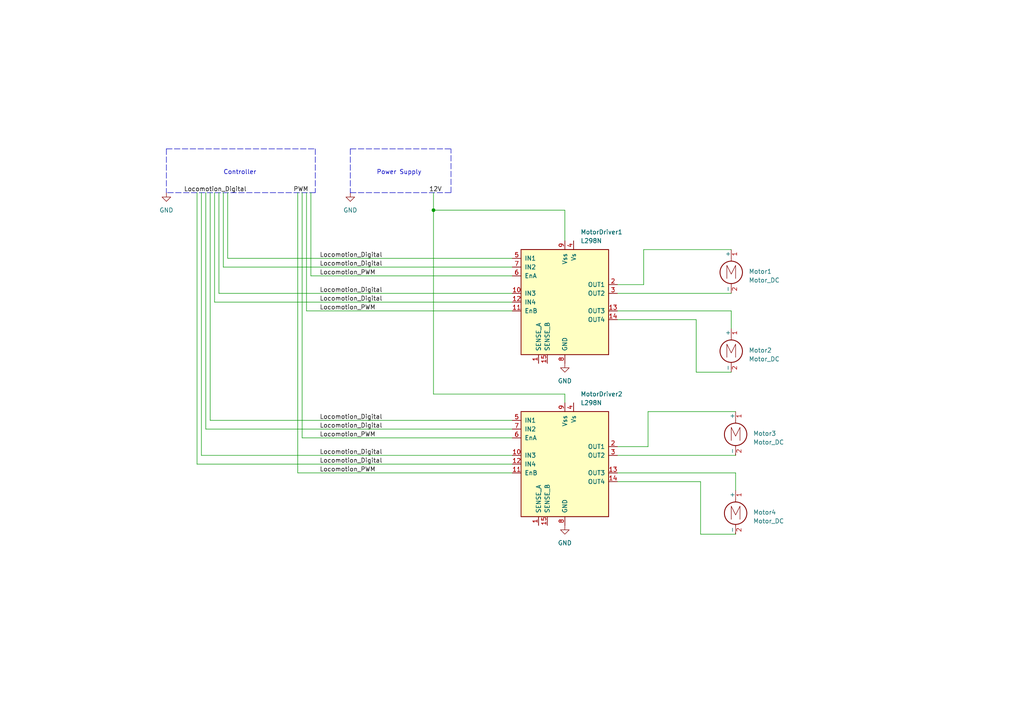
<source format=kicad_sch>
(kicad_sch (version 20211123) (generator eeschema)
  (paper "A4")
  (lib_symbols
    (symbol "Driver_Motor:L298HN" (pin_names (offset 1.016))
      (property "Reference" "U" (at -10.16 16.51 0))
      (property "Value" "L298HN" (at 12.7 16.51 0))
      (symbol "L298HN_0_1"
        (rectangle (start -12.7 15.24) (end 12.7 -15.24) (stroke (width 0.254)) (fill (type background)))
      )
      (symbol "L298HN_1_1"
        (pin power_in line (at -7.62 -17.78 90) (length 2.54) (name "SENSE_A") (number "1"))
        (pin input line (at -15.24 2.54 0) (length 2.54) (name "IN3") (number "10"))
        (pin input line (at -15.24 -2.54 0) (length 2.54) (name "EnB") (number "11"))
        (pin input line (at -15.24 0 0) (length 2.54) (name "IN4") (number "12"))
        (pin output line (at 15.24 -2.54 180) (length 2.54) (name "OUT3") (number "13"))
        (pin output line (at 15.24 -5.08 180) (length 2.54) (name "OUT4") (number "14"))
        (pin power_in line (at -5.08 -17.78 90) (length 2.54) (name "SENSE_B") (number "15"))
        (pin output line (at 15.24 5.08 180) (length 2.54) (name "OUT1") (number "2"))
        (pin output line (at 15.24 2.54 180) (length 2.54) (name "OUT2") (number "3"))
        (pin power_in line (at 2.54 17.78 270) (length 2.54) (name "Vs") (number "4"))
        (pin input line (at -15.24 12.7 0) (length 2.54) (name "IN1") (number "5"))
        (pin input line (at -15.24 7.62 0) (length 2.54) (name "EnA") (number "6"))
        (pin input line (at -15.24 10.16 0) (length 2.54) (name "IN2") (number "7"))
        (pin power_in line (at 0 -17.78 90) (length 2.54) (name "GND") (number "8"))
        (pin power_in line (at 0 17.78 270) (length 2.54) (name "Vss") (number "9"))
      )
    )
    (symbol "Motor:Motor_DC" (pin_names (offset 0))
      (property "Reference" "M" (at 2.54 2.54 0))
      (property "Value" "Motor_DC" (at 2.54 -5.08 0))
      (symbol "Motor_DC_0_0"
        (polyline (pts (xy -1.27 -3.302) (xy -1.27 0.508) (xy 0 -2.032) (xy 1.27 0.508) (xy 1.27 -3.302)))
      )
      (symbol "Motor_DC_0_1"
        (circle (center 0 -1.524) (radius 3.2512) (stroke (width 0.254)))
        (polyline (pts (xy 0 -7.62) (xy 0 -7.112)))
        (polyline (pts (xy 0 -4.7752) (xy 0 -5.1816)))
        (polyline (pts (xy 0 1.7272) (xy 0 2.0828)))
        (polyline (pts (xy 0 2.032) (xy 0 2.54)))
      )
      (symbol "Motor_DC_1_1"
        (pin passive line (at 0 5.08 270) (length 2.54) (name "+") (number "1"))
        (pin passive line (at 0 -7.62 90) (length 2.54) (name "-") (number "2"))
      )
    )
    (symbol "power:GND" (power) (pin_names (offset 0))
      (property "Value" "GND" (at 0 -3.81 0))
      (symbol "GND_0_1"
        (polyline (pts (xy 0 0) (xy 0 -1.27) (xy 1.27 -1.27) (xy 0 -2.54) (xy -1.27 -1.27) (xy 0 -1.27)))
      )
      (symbol "GND_1_1"
        (pin power_in line (at 0 0 270) (length 0) hide (name "GND") (number "1"))
      )
    )
  )
  (junction (at 125.73 60.96))
  (wire (pts (xy 86.36 55.88) (xy 86.36 137.16)))
  (wire (pts (xy 148.59 74.93) (xy 66.04 74.93)))
  (polyline (pts (xy 48.26 43.18) (xy 91.44 43.18)))
  (wire (pts (xy 179.07 137.16) (xy 213.36 137.16)))
  (wire (pts (xy 212.09 107.95) (xy 201.93 107.95)))
  (wire (pts (xy 63.5 55.88) (xy 63.5 85.09)))
  (wire (pts (xy 125.73 114.3) (xy 125.73 60.96)))
  (wire (pts (xy 213.36 154.94) (xy 203.2 154.94)))
  (wire (pts (xy 201.93 92.71) (xy 179.07 92.71)))
  (wire (pts (xy 66.04 55.88) (xy 66.04 74.93)))
  (wire (pts (xy 148.59 77.47) (xy 64.77 77.47)))
  (wire (pts (xy 148.59 87.63) (xy 62.23 87.63)))
  (wire (pts (xy 64.77 55.88) (xy 64.77 77.47)))
  (wire (pts (xy 125.73 60.96) (xy 163.83 60.96)))
  (wire (pts (xy 125.73 55.88) (xy 125.73 60.96)))
  (wire (pts (xy 179.07 90.17) (xy 212.09 90.17)))
  (wire (pts (xy 213.36 137.16) (xy 213.36 142.24)))
  (wire (pts (xy 148.59 80.01) (xy 90.17 80.01)))
  (wire (pts (xy 212.09 90.17) (xy 212.09 95.25)))
  (polyline (pts (xy 91.44 43.18) (xy 91.44 55.88)))
  (wire (pts (xy 148.59 134.62) (xy 57.15 134.62)))
  (wire (pts (xy 179.07 82.55) (xy 186.69 82.55)))
  (wire (pts (xy 148.59 124.46) (xy 59.69 124.46)))
  (wire (pts (xy 186.69 72.39) (xy 186.69 82.55)))
  (wire (pts (xy 187.96 119.38) (xy 187.96 129.54)))
  (wire (pts (xy 212.09 72.39) (xy 186.69 72.39)))
  (polyline (pts (xy 91.44 55.88) (xy 48.26 55.88)))
  (polyline (pts (xy 101.6 55.88) (xy 130.81 55.88)))
  (wire (pts (xy 163.83 116.84) (xy 163.83 114.3)))
  (wire (pts (xy 203.2 139.7) (xy 179.07 139.7)))
  (wire (pts (xy 148.59 137.16) (xy 86.36 137.16)))
  (wire (pts (xy 179.07 132.08) (xy 213.36 132.08)))
  (wire (pts (xy 148.59 90.17) (xy 88.9 90.17)))
  (wire (pts (xy 60.96 55.88) (xy 60.96 121.92)))
  (wire (pts (xy 148.59 127) (xy 87.63 127)))
  (wire (pts (xy 179.07 85.09) (xy 212.09 85.09)))
  (wire (pts (xy 62.23 55.88) (xy 62.23 87.63)))
  (wire (pts (xy 90.17 55.88) (xy 90.17 80.01)))
  (wire (pts (xy 58.42 55.88) (xy 58.42 132.08)))
  (wire (pts (xy 203.2 154.94) (xy 203.2 139.7)))
  (polyline (pts (xy 130.81 55.88) (xy 130.81 43.18)))
  (polyline (pts (xy 101.6 43.18) (xy 130.81 43.18)))
  (wire (pts (xy 59.69 55.88) (xy 59.69 124.46)))
  (wire (pts (xy 148.59 121.92) (xy 60.96 121.92)))
  (wire (pts (xy 213.36 119.38) (xy 187.96 119.38)))
  (polyline (pts (xy 48.26 43.18) (xy 48.26 55.88)))
  (wire (pts (xy 201.93 107.95) (xy 201.93 92.71)))
  (wire (pts (xy 148.59 132.08) (xy 58.42 132.08)))
  (wire (pts (xy 163.83 60.96) (xy 163.83 69.85)))
  (wire (pts (xy 87.63 55.88) (xy 87.63 127)))
  (wire (pts (xy 88.9 55.88) (xy 88.9 90.17)))
  (wire (pts (xy 57.15 55.88) (xy 57.15 134.62)))
  (wire (pts (xy 163.83 114.3) (xy 125.73 114.3)))
  (wire (pts (xy 179.07 129.54) (xy 187.96 129.54)))
  (wire (pts (xy 148.59 85.09) (xy 63.5 85.09)))
  (polyline (pts (xy 101.6 43.18) (xy 101.6 55.88)))
  (text "Power Supply" (at 109.22 50.8 0) (effects (font (size 1.27 1.27)) (justify left bottom)))
  (text "Controller" (at 64.77 50.8 0) (effects (font (size 1.27 1.27)) (justify left bottom)))
  (label "PWM" (at 85.09 55.88 0))
  (label "Locomotion_Digital" (at 92.71 132.08 0))
  (label "Locomotion_Digital" (at 92.71 121.92 0))
  (label "12V" (at 124.46 55.88 0))
  (label "Locomotion_PWM" (at 92.71 127 0))
  (label "Locomotion_Digital" (at 92.71 134.62 0))
  (label "Locomotion_Digital" (at 92.71 77.47 0))
  (label "Locomotion_Digital" (at 92.71 124.46 0))
  (label "Locomotion_Digital" (at 92.71 85.09 0))
  (label "Locomotion_PWM" (at 92.71 137.16 0))
  (label "Locomotion_Digital" (at 92.71 87.63 0))
  (label "Locomotion_Digital" (at 92.71 74.93 0))
  (label "Locomotion_PWM" (at 92.71 80.01 0))
  (label "Locomotion_PWM" (at 92.71 90.17 0))
  (label "Locomotion_Digital" (at 53.34 55.88 0))
  (symbol (lib_id "Driver_Motor:L298HN") (at 163.83 87.63 0) (unit 1)
    (property "Reference" "MotorDriver1" (at 168.3894 67.31 0) (effects (justify left)))
    (property "Value" "L298N" (at 168.3894 69.85 0) (effects (justify left)))
    (property "Footprint" "Package_TO_SOT_THT:TO-220-15_P2.54x2.54mm_StaggerOdd_Lead4.58mm_Vertical" (effects hide))
    (property "Datasheet" "http://www.st.com/st-web-ui/static/active/en/resource/technical/document/datasheet/CD00000240.pdf" (effects hide))
  )
  (symbol (lib_id "Motor:Motor_DC") (at 213.36 124.46 0) (unit 1)
    (property "Reference" "Motor3" (at 218.44 125.7299 0) (effects (justify left)))
    (property "Value" "Motor_DC" (at 218.44 128.2699 0) (effects (justify left)))
  )
  (symbol (lib_id "Motor:Motor_DC") (at 212.09 77.47 0) (unit 1)
    (property "Reference" "Motor1" (at 217.17 78.7399 0) (effects (justify left)))
    (property "Value" "Motor_DC" (at 217.17 81.2799 0) (effects (justify left)))
  )
  (symbol (lib_id "power:GND") (at 101.6 55.88 0) (unit 1)
    (property "Reference" "#PWR?" (effects hide))
    (property "Value" "GND" (at 101.6 60.96 0))
  )
  (symbol (lib_id "Driver_Motor:L298HN") (at 163.83 134.62 0) (unit 1)
    (property "Reference" "MotorDriver2" (at 168.3894 114.3 0) (effects (justify left)))
    (property "Value" "L298N" (at 168.3894 116.84 0) (effects (justify left)))
    (property "Footprint" "Package_TO_SOT_THT:TO-220-15_P2.54x2.54mm_StaggerOdd_Lead4.58mm_Vertical" (effects hide))
    (property "Datasheet" "http://www.st.com/st-web-ui/static/active/en/resource/technical/document/datasheet/CD00000240.pdf" (effects hide))
  )
  (symbol (lib_id "power:GND") (at 163.83 152.4 0) (unit 1)
    (property "Reference" "#PWR?" (effects hide))
    (property "Value" "GND" (at 163.83 157.48 0))
  )
  (symbol (lib_id "power:GND") (at 163.83 105.41 0) (unit 1)
    (property "Reference" "#PWR?" (effects hide))
    (property "Value" "GND" (at 163.83 110.49 0))
  )
  (symbol (lib_id "Motor:Motor_DC") (at 213.36 147.32 0) (unit 1)
    (property "Reference" "Motor4" (at 218.44 148.5899 0) (effects (justify left)))
    (property "Value" "Motor_DC" (at 218.44 151.1299 0) (effects (justify left)))
  )
  (symbol (lib_id "Motor:Motor_DC") (at 212.09 100.33 0) (unit 1)
    (property "Reference" "Motor2" (at 217.17 101.5999 0) (effects (justify left)))
    (property "Value" "Motor_DC" (at 217.17 104.1399 0) (effects (justify left)))
  )
  (symbol (lib_id "power:GND") (at 48.26 55.88 0) (unit 1)
    (property "Reference" "#PWR?" (effects hide))
    (property "Value" "GND" (at 48.26 60.96 0))
  )
)
</source>
